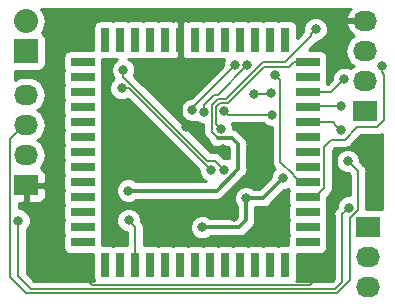
<source format=gbr>
G04 #@! TF.GenerationSoftware,KiCad,Pcbnew,6.0.0-rc1-unknown-1088786~66~ubuntu16.04.1*
G04 #@! TF.CreationDate,2018-12-29T10:22:54+01:00
G04 #@! TF.ProjectId,audi_concert1_chorus1_volume_fix,61756469-5f63-46f6-9e63-657274315f63,rev?*
G04 #@! TF.SameCoordinates,Original*
G04 #@! TF.FileFunction,Copper,L2,Bot*
G04 #@! TF.FilePolarity,Positive*
%FSLAX46Y46*%
G04 Gerber Fmt 4.6, Leading zero omitted, Abs format (unit mm)*
G04 Created by KiCad (PCBNEW 6.0.0-rc1-unknown-1088786~66~ubuntu16.04.1) date So 29. december 2018, 10:22:54 CET*
%MOMM*%
%LPD*%
G04 APERTURE LIST*
%ADD10R,2.032000X0.762000*%
%ADD11R,0.762000X2.032000*%
%ADD12R,2.032000X2.032000*%
%ADD13O,2.032000X2.032000*%
%ADD14R,2.032000X1.727200*%
%ADD15O,2.032000X1.727200*%
%ADD16C,0.800000*%
%ADD17C,0.150000*%
%ADD18C,0.300000*%
%ADD19C,0.250000*%
%ADD20C,0.254000*%
G04 APERTURE END LIST*
D10*
X170429601Y-105435400D03*
X170429601Y-104165400D03*
X170429601Y-102895400D03*
X170429601Y-101625400D03*
X170429601Y-100355400D03*
X170429601Y-99085400D03*
D11*
X172334601Y-97180400D03*
X173604601Y-97180400D03*
X174874601Y-97180400D03*
X176144601Y-97180400D03*
X177414601Y-97180400D03*
X178684601Y-97180400D03*
X179954601Y-97180400D03*
X181224601Y-97180400D03*
X182494601Y-97180400D03*
X183764601Y-97180400D03*
X185034601Y-97180400D03*
X186304601Y-97180400D03*
X187574601Y-97180400D03*
D10*
X189479601Y-99085400D03*
X189479601Y-100355400D03*
X189479601Y-101625400D03*
X189479601Y-102895400D03*
X189479601Y-104165400D03*
X189479601Y-105435400D03*
X189479601Y-106705400D03*
X189479601Y-107975400D03*
X189479601Y-109245400D03*
X189479601Y-110515400D03*
X189479601Y-111785400D03*
X189479601Y-113055400D03*
X189479601Y-114325400D03*
D11*
X187574601Y-116230400D03*
X186304601Y-116230400D03*
X185034601Y-116230400D03*
X183764601Y-116230400D03*
X182494601Y-116230400D03*
X181224601Y-116230400D03*
X179954601Y-116230400D03*
X178684601Y-116230400D03*
X177414601Y-116230400D03*
X176144601Y-116230400D03*
X174874601Y-116230400D03*
X173604601Y-116230400D03*
X172334601Y-116230400D03*
D10*
X170429601Y-114325400D03*
X170429601Y-113055400D03*
X170429601Y-111785400D03*
X170429601Y-110515400D03*
X170429601Y-109245400D03*
X170429601Y-107975400D03*
X170429601Y-106705400D03*
D12*
X165633400Y-98171000D03*
D13*
X165633400Y-95631000D03*
D14*
X165633400Y-109499400D03*
D15*
X165633400Y-106959400D03*
X165633400Y-104419400D03*
X165633400Y-101879400D03*
D14*
X194614800Y-113004600D03*
D15*
X194614800Y-115544600D03*
X194614800Y-118084600D03*
X194335400Y-95580200D03*
X194335400Y-98120200D03*
X194335400Y-100660200D03*
D14*
X194335400Y-103200200D03*
D16*
X182270400Y-106414001D03*
X179156839Y-104608910D03*
X174244000Y-94996000D03*
X168122600Y-117297200D03*
X178841400Y-99847400D03*
X173482000Y-108051600D03*
X183261000Y-112166400D03*
X172694600Y-114173000D03*
X167741600Y-114046001D03*
X178054000Y-106426000D03*
X184261760Y-110601760D03*
X180543200Y-113055400D03*
X187375800Y-108915200D03*
X174281000Y-109956600D03*
X190144400Y-96291400D03*
X174320200Y-112471200D03*
X173736000Y-101295200D03*
X181305200Y-108229400D03*
X182422800Y-108204000D03*
X173863000Y-99745800D03*
X192963800Y-111404400D03*
X164980010Y-112496600D03*
X192881472Y-107461272D03*
X184937400Y-101777800D03*
X186410600Y-101717979D03*
X192288790Y-104849010D03*
X182372643Y-103210148D03*
X186461400Y-103555800D03*
X192288790Y-102766210D03*
X195732400Y-99390200D03*
X186741429Y-100181370D03*
X192596930Y-100492379D03*
X179686975Y-103133754D03*
X182118000Y-104749600D03*
X183327793Y-99354004D03*
X180672620Y-103302657D03*
X184327800Y-99356867D03*
D17*
X178841400Y-104293471D02*
X179156839Y-104608910D01*
X178841400Y-99847400D02*
X178841400Y-104293471D01*
X168122600Y-117297200D02*
X170586400Y-117297200D01*
X170586400Y-117297200D02*
X171221400Y-117932200D01*
X171221400Y-117932200D02*
X189712600Y-117932200D01*
X189712600Y-117932200D02*
X190119000Y-117525800D01*
X173482000Y-108051600D02*
X172974000Y-108559600D01*
X181305200Y-111099600D02*
X182372000Y-112166400D01*
X182372000Y-112166400D02*
X183261000Y-112166400D01*
X172974000Y-108559600D02*
X172974000Y-110185200D01*
X172974000Y-110185200D02*
X173888400Y-111099600D01*
X173888400Y-111099600D02*
X181305200Y-111099600D01*
X168122600Y-117297200D02*
X168122600Y-114427001D01*
X168122600Y-114427001D02*
X167741600Y-114046001D01*
X173094599Y-113773001D02*
X172694600Y-114173000D01*
X172872400Y-113550802D02*
X173094599Y-113773001D01*
X172872400Y-108661200D02*
X172872400Y-113550802D01*
X173482000Y-108051600D02*
X172872400Y-108661200D01*
D18*
X183692800Y-113055400D02*
X184261760Y-112486440D01*
X180543200Y-113055400D02*
X183692800Y-113055400D01*
X184261760Y-110601760D02*
X184261760Y-112486440D01*
X184261760Y-110601760D02*
X185689240Y-110601760D01*
X186975801Y-109315199D02*
X187375800Y-108915200D01*
X185689240Y-110601760D02*
X186975801Y-109315199D01*
D17*
X187595304Y-99060000D02*
X189744401Y-96910903D01*
X189744401Y-96910903D02*
X189744401Y-96691399D01*
X181880996Y-105511600D02*
X181347630Y-104978234D01*
X182553471Y-102185136D02*
X185678608Y-99060000D01*
X189744401Y-96691399D02*
X190144400Y-96291400D01*
X185678608Y-99060000D02*
X187595304Y-99060000D01*
X181347632Y-102741167D02*
X181903663Y-102185136D01*
X181903663Y-102185136D02*
X182553471Y-102185136D01*
X181347630Y-104978234D02*
X181347632Y-102741167D01*
D18*
X183591200Y-106045000D02*
X183591200Y-108145602D01*
X183591200Y-108145602D02*
X181780202Y-109956600D01*
X181780202Y-109956600D02*
X181669202Y-109956600D01*
X183057800Y-105511600D02*
X183591200Y-106045000D01*
X181880996Y-105511600D02*
X183057800Y-105511600D01*
D17*
X174874601Y-116238701D02*
X174874601Y-113025601D01*
X174720199Y-112871199D02*
X174320200Y-112471200D01*
X174874601Y-113025601D02*
X174720199Y-112871199D01*
D18*
X174281000Y-109956600D02*
X181669202Y-109956600D01*
D17*
X180905201Y-107829401D02*
X181305200Y-108229400D01*
X180883336Y-107829401D02*
X180905201Y-107829401D01*
X174349135Y-101295200D02*
X180883336Y-107829401D01*
X173736000Y-101295200D02*
X174349135Y-101295200D01*
X173863000Y-100314075D02*
X173863000Y-100311485D01*
X180990925Y-107442000D02*
X173863000Y-100314075D01*
X182422800Y-108204000D02*
X181660800Y-107442000D01*
X181660800Y-107442000D02*
X180990925Y-107442000D01*
X173863000Y-100311485D02*
X173863000Y-99745800D01*
X191815211Y-118293389D02*
X192386001Y-117722599D01*
X192386001Y-117722599D02*
X192386001Y-111982199D01*
X192563801Y-111804399D02*
X192963800Y-111404400D01*
X164980010Y-112496600D02*
X164980010Y-117228010D01*
X192386001Y-111982199D02*
X192563801Y-111804399D01*
X166045389Y-118293389D02*
X191815211Y-118293389D01*
X164980010Y-117228010D02*
X166045389Y-118293389D01*
X193740402Y-108320202D02*
X193281471Y-107861271D01*
X165481000Y-104419400D02*
X164305010Y-105595390D01*
X193740402Y-111601402D02*
X193740402Y-108320202D01*
X193070600Y-112271204D02*
X193740402Y-111601402D01*
X193070600Y-117571400D02*
X193070600Y-112271204D01*
X191998600Y-118643400D02*
X193070600Y-117571400D01*
X164305010Y-105595390D02*
X164305010Y-117315010D01*
X164305010Y-117315010D02*
X165633400Y-118643400D01*
X193281471Y-107861271D02*
X192881472Y-107461272D01*
X165633400Y-118643400D02*
X191998600Y-118643400D01*
X165633400Y-104419400D02*
X165481000Y-104419400D01*
X186350779Y-101777800D02*
X186410600Y-101717979D01*
X184937400Y-101777800D02*
X186350779Y-101777800D01*
X191613481Y-104173701D02*
X191888791Y-104449011D01*
X189479601Y-104173701D02*
X191613481Y-104173701D01*
X191888791Y-104449011D02*
X192288790Y-104849010D01*
X186461400Y-103555800D02*
X182718295Y-103555800D01*
X182718295Y-103555800D02*
X182372643Y-103210148D01*
X191723105Y-102766210D02*
X192288790Y-102766210D01*
X189479601Y-102903701D02*
X189617092Y-102766210D01*
X189617092Y-102766210D02*
X191723105Y-102766210D01*
D19*
X189479601Y-102903701D02*
X190114601Y-102903701D01*
D17*
X195961000Y-100184485D02*
X195732400Y-99955885D01*
X189479601Y-110523701D02*
X190114601Y-110523701D01*
X195961000Y-103949202D02*
X195961000Y-100184485D01*
X195732400Y-99955885D02*
X195732400Y-99390200D01*
X191490600Y-105638600D02*
X192608200Y-105638600D01*
X193687998Y-104558802D02*
X195351400Y-104558802D01*
X190884902Y-109753400D02*
X190884902Y-106244298D01*
X195351400Y-104558802D02*
X195961000Y-103949202D01*
X190884902Y-106244298D02*
X191490600Y-105638600D01*
X192608200Y-105638600D02*
X193687998Y-104558802D01*
X190114601Y-110523701D02*
X190884902Y-109753400D01*
X189479601Y-109253701D02*
X190114601Y-109253701D01*
X188844601Y-109253701D02*
X189479601Y-109253701D01*
X187177680Y-107542072D02*
X188313601Y-108677993D01*
X188313601Y-108677993D02*
X188313601Y-108722701D01*
X188313601Y-108722701D02*
X188844601Y-109253701D01*
X187177680Y-100617621D02*
X187177680Y-104140000D01*
X186741429Y-100181370D02*
X187177680Y-100617621D01*
X187177680Y-104140000D02*
X187177680Y-107542072D01*
X191455608Y-101633701D02*
X189479601Y-101633701D01*
X192596930Y-100492379D02*
X191455608Y-101633701D01*
X185767198Y-99466400D02*
X182698451Y-102535147D01*
X188313601Y-99093701D02*
X187940902Y-99466400D01*
X182698451Y-102535147D02*
X182048642Y-102535147D01*
X181697642Y-104329242D02*
X181718001Y-104349601D01*
X187940902Y-99466400D02*
X185767198Y-99466400D01*
X189479601Y-99093701D02*
X188313601Y-99093701D01*
X181718001Y-104349601D02*
X182118000Y-104749600D01*
X181697642Y-102886147D02*
X181697642Y-104329242D01*
X182048642Y-102535147D02*
X181697642Y-102886147D01*
X179686975Y-102994822D02*
X179686975Y-103133754D01*
X183327793Y-99354004D02*
X179686975Y-102994822D01*
X184327800Y-99356867D02*
X181849542Y-101835125D01*
X181849542Y-101835125D02*
X181574467Y-101835125D01*
X181574467Y-101835125D02*
X180672620Y-102736972D01*
X180672620Y-102736972D02*
X180672620Y-103302657D01*
D20*
G36*
X192984668Y-94678164D02*
G01*
X192730691Y-95205409D01*
X192728042Y-95221174D01*
X192849183Y-95453200D01*
X194208400Y-95453200D01*
X194208400Y-95433200D01*
X194462400Y-95433200D01*
X194462400Y-95453200D01*
X194482400Y-95453200D01*
X194482400Y-95707200D01*
X194462400Y-95707200D01*
X194462400Y-95727200D01*
X194208400Y-95727200D01*
X194208400Y-95707200D01*
X192849183Y-95707200D01*
X192728042Y-95939226D01*
X192730691Y-95954991D01*
X192984668Y-96482236D01*
X193392132Y-96846290D01*
X193102570Y-97039770D01*
X192771350Y-97535475D01*
X192655041Y-98120200D01*
X192771350Y-98704925D01*
X193102570Y-99200630D01*
X193386281Y-99390200D01*
X193102570Y-99579770D01*
X193101641Y-99581161D01*
X192802804Y-99457379D01*
X192391056Y-99457379D01*
X192010650Y-99614948D01*
X191719499Y-99906099D01*
X191561930Y-100286505D01*
X191561930Y-100523288D01*
X191161518Y-100923701D01*
X191105785Y-100923701D01*
X191143041Y-100736400D01*
X191143041Y-99974400D01*
X191093758Y-99726635D01*
X191089592Y-99720400D01*
X191093758Y-99714165D01*
X191143041Y-99466400D01*
X191143041Y-98704400D01*
X191093758Y-98456635D01*
X190953410Y-98246591D01*
X190743366Y-98106243D01*
X190495601Y-98056960D01*
X189602435Y-98056960D01*
X190197002Y-97462393D01*
X190256281Y-97422784D01*
X190320683Y-97326400D01*
X190350274Y-97326400D01*
X190730680Y-97168831D01*
X191021831Y-96877680D01*
X191179400Y-96497274D01*
X191179400Y-96085526D01*
X191021831Y-95705120D01*
X190730680Y-95413969D01*
X190350274Y-95256400D01*
X189938526Y-95256400D01*
X189558120Y-95413969D01*
X189266969Y-95705120D01*
X189109400Y-96085526D01*
X189109400Y-96363780D01*
X189075596Y-96414371D01*
X189035558Y-96615655D01*
X188603041Y-97048172D01*
X188603041Y-96164400D01*
X188553758Y-95916635D01*
X188413410Y-95706591D01*
X188203366Y-95566243D01*
X187955601Y-95516960D01*
X187193601Y-95516960D01*
X186945836Y-95566243D01*
X186939601Y-95570409D01*
X186933366Y-95566243D01*
X186685601Y-95516960D01*
X185923601Y-95516960D01*
X185675836Y-95566243D01*
X185669601Y-95570409D01*
X185663366Y-95566243D01*
X185415601Y-95516960D01*
X184653601Y-95516960D01*
X184405836Y-95566243D01*
X184399601Y-95570409D01*
X184393366Y-95566243D01*
X184145601Y-95516960D01*
X183383601Y-95516960D01*
X183135836Y-95566243D01*
X183129601Y-95570409D01*
X183123366Y-95566243D01*
X182875601Y-95516960D01*
X182113601Y-95516960D01*
X181865836Y-95566243D01*
X181859601Y-95570409D01*
X181853366Y-95566243D01*
X181605601Y-95516960D01*
X180843601Y-95516960D01*
X180595836Y-95566243D01*
X180589601Y-95570409D01*
X180583366Y-95566243D01*
X180335601Y-95516960D01*
X179573601Y-95516960D01*
X179325836Y-95566243D01*
X179308623Y-95577744D01*
X179191910Y-95529400D01*
X178970351Y-95529400D01*
X178811601Y-95688150D01*
X178811601Y-97053400D01*
X178831601Y-97053400D01*
X178831601Y-97307400D01*
X178811601Y-97307400D01*
X178811601Y-98672650D01*
X178970351Y-98831400D01*
X179191910Y-98831400D01*
X179308623Y-98783056D01*
X179325836Y-98794557D01*
X179573601Y-98843840D01*
X180335601Y-98843840D01*
X180583366Y-98794557D01*
X180589601Y-98790391D01*
X180595836Y-98794557D01*
X180843601Y-98843840D01*
X181605601Y-98843840D01*
X181853366Y-98794557D01*
X181859601Y-98790391D01*
X181865836Y-98794557D01*
X182113601Y-98843840D01*
X182418834Y-98843840D01*
X182292793Y-99148130D01*
X182292793Y-99384913D01*
X179578953Y-102098754D01*
X179481101Y-102098754D01*
X179100695Y-102256323D01*
X178809544Y-102547474D01*
X178651975Y-102927880D01*
X178651975Y-103339628D01*
X178809544Y-103720034D01*
X179100695Y-104011185D01*
X179481101Y-104168754D01*
X179892849Y-104168754D01*
X180021654Y-104115402D01*
X180086340Y-104180088D01*
X180466746Y-104337657D01*
X180637631Y-104337657D01*
X180637630Y-104908309D01*
X180623721Y-104978234D01*
X180637630Y-105048158D01*
X180637630Y-105048159D01*
X180678825Y-105255261D01*
X180835749Y-105490114D01*
X180895031Y-105529725D01*
X181131199Y-105765893D01*
X181141542Y-105817892D01*
X181315043Y-106077553D01*
X181574704Y-106251054D01*
X181803680Y-106296600D01*
X182732643Y-106296600D01*
X182806200Y-106370157D01*
X182806201Y-107242534D01*
X182628674Y-107169000D01*
X182391891Y-107169000D01*
X182212294Y-106989403D01*
X182172681Y-106930119D01*
X181937828Y-106773195D01*
X181730726Y-106732000D01*
X181730724Y-106732000D01*
X181660800Y-106718091D01*
X181590876Y-106732000D01*
X181285016Y-106732000D01*
X174782802Y-100229787D01*
X174898000Y-99951674D01*
X174898000Y-99539926D01*
X174740431Y-99159520D01*
X174449280Y-98868369D01*
X174294405Y-98804218D01*
X174493601Y-98843840D01*
X175255601Y-98843840D01*
X175503366Y-98794557D01*
X175509601Y-98790391D01*
X175515836Y-98794557D01*
X175763601Y-98843840D01*
X176525601Y-98843840D01*
X176773366Y-98794557D01*
X176779601Y-98790391D01*
X176785836Y-98794557D01*
X177033601Y-98843840D01*
X177795601Y-98843840D01*
X178043366Y-98794557D01*
X178060579Y-98783056D01*
X178177292Y-98831400D01*
X178398851Y-98831400D01*
X178557601Y-98672650D01*
X178557601Y-97307400D01*
X178537601Y-97307400D01*
X178537601Y-97053400D01*
X178557601Y-97053400D01*
X178557601Y-95688150D01*
X178398851Y-95529400D01*
X178177292Y-95529400D01*
X178060579Y-95577744D01*
X178043366Y-95566243D01*
X177795601Y-95516960D01*
X177033601Y-95516960D01*
X176785836Y-95566243D01*
X176779601Y-95570409D01*
X176773366Y-95566243D01*
X176525601Y-95516960D01*
X175763601Y-95516960D01*
X175515836Y-95566243D01*
X175509601Y-95570409D01*
X175503366Y-95566243D01*
X175255601Y-95516960D01*
X174493601Y-95516960D01*
X174245836Y-95566243D01*
X174239601Y-95570409D01*
X174233366Y-95566243D01*
X173985601Y-95516960D01*
X173223601Y-95516960D01*
X172975836Y-95566243D01*
X172969601Y-95570409D01*
X172963366Y-95566243D01*
X172715601Y-95516960D01*
X171953601Y-95516960D01*
X171705836Y-95566243D01*
X171495792Y-95706591D01*
X171355444Y-95916635D01*
X171306161Y-96164400D01*
X171306161Y-98056960D01*
X169413601Y-98056960D01*
X169165836Y-98106243D01*
X168955792Y-98246591D01*
X168815444Y-98456635D01*
X168766161Y-98704400D01*
X168766161Y-99466400D01*
X168815444Y-99714165D01*
X168819610Y-99720400D01*
X168815444Y-99726635D01*
X168766161Y-99974400D01*
X168766161Y-100736400D01*
X168815444Y-100984165D01*
X168819610Y-100990400D01*
X168815444Y-100996635D01*
X168766161Y-101244400D01*
X168766161Y-102006400D01*
X168815444Y-102254165D01*
X168819610Y-102260400D01*
X168815444Y-102266635D01*
X168766161Y-102514400D01*
X168766161Y-103276400D01*
X168815444Y-103524165D01*
X168819610Y-103530400D01*
X168815444Y-103536635D01*
X168766161Y-103784400D01*
X168766161Y-104546400D01*
X168815444Y-104794165D01*
X168819610Y-104800400D01*
X168815444Y-104806635D01*
X168766161Y-105054400D01*
X168766161Y-105816400D01*
X168815444Y-106064165D01*
X168819610Y-106070400D01*
X168815444Y-106076635D01*
X168766161Y-106324400D01*
X168766161Y-107086400D01*
X168815444Y-107334165D01*
X168819610Y-107340400D01*
X168815444Y-107346635D01*
X168766161Y-107594400D01*
X168766161Y-108356400D01*
X168815444Y-108604165D01*
X168819610Y-108610400D01*
X168815444Y-108616635D01*
X168766161Y-108864400D01*
X168766161Y-109626400D01*
X168815444Y-109874165D01*
X168819610Y-109880400D01*
X168815444Y-109886635D01*
X168766161Y-110134400D01*
X168766161Y-110896400D01*
X168815444Y-111144165D01*
X168819610Y-111150400D01*
X168815444Y-111156635D01*
X168766161Y-111404400D01*
X168766161Y-112166400D01*
X168815444Y-112414165D01*
X168819610Y-112420400D01*
X168815444Y-112426635D01*
X168766161Y-112674400D01*
X168766161Y-113436400D01*
X168815444Y-113684165D01*
X168819610Y-113690400D01*
X168815444Y-113696635D01*
X168766161Y-113944400D01*
X168766161Y-114706400D01*
X168815444Y-114954165D01*
X168955792Y-115164209D01*
X169165836Y-115304557D01*
X169413601Y-115353840D01*
X171306161Y-115353840D01*
X171306161Y-117246400D01*
X171355444Y-117494165D01*
X171415062Y-117583389D01*
X166339480Y-117583389D01*
X165690010Y-116933920D01*
X165690010Y-113250311D01*
X165857441Y-113082880D01*
X166015010Y-112702474D01*
X166015010Y-112290726D01*
X165857441Y-111910320D01*
X165566290Y-111619169D01*
X165185884Y-111461600D01*
X165015010Y-111461600D01*
X165015010Y-110998000D01*
X165347650Y-110998000D01*
X165506400Y-110839250D01*
X165506400Y-109626400D01*
X165760400Y-109626400D01*
X165760400Y-110839250D01*
X165919150Y-110998000D01*
X166775709Y-110998000D01*
X167009098Y-110901327D01*
X167187727Y-110722699D01*
X167284400Y-110489310D01*
X167284400Y-109785150D01*
X167125650Y-109626400D01*
X165760400Y-109626400D01*
X165506400Y-109626400D01*
X165486400Y-109626400D01*
X165486400Y-109372400D01*
X165506400Y-109372400D01*
X165506400Y-109352400D01*
X165760400Y-109352400D01*
X165760400Y-109372400D01*
X167125650Y-109372400D01*
X167284400Y-109213650D01*
X167284400Y-108509490D01*
X167187727Y-108276101D01*
X167009098Y-108097473D01*
X166867033Y-108038628D01*
X167197450Y-107544125D01*
X167313759Y-106959400D01*
X167197450Y-106374675D01*
X166866230Y-105878970D01*
X166582519Y-105689400D01*
X166866230Y-105499830D01*
X167197450Y-105004125D01*
X167313759Y-104419400D01*
X167197450Y-103834675D01*
X166866230Y-103338970D01*
X166582519Y-103149400D01*
X166866230Y-102959830D01*
X167197450Y-102464125D01*
X167313759Y-101879400D01*
X167197450Y-101294675D01*
X166866230Y-100798970D01*
X166370525Y-100467750D01*
X165933398Y-100380800D01*
X165333402Y-100380800D01*
X164896275Y-100467750D01*
X164665000Y-100622283D01*
X164665000Y-99834440D01*
X166649400Y-99834440D01*
X166897165Y-99785157D01*
X167107209Y-99644809D01*
X167247557Y-99434765D01*
X167296840Y-99187000D01*
X167296840Y-97155000D01*
X167247557Y-96907235D01*
X167107209Y-96697191D01*
X166968544Y-96604537D01*
X167188608Y-96275188D01*
X167316745Y-95631000D01*
X167188608Y-94986812D01*
X166904090Y-94561000D01*
X193115803Y-94561000D01*
X192984668Y-94678164D01*
X192984668Y-94678164D01*
G37*
X192984668Y-94678164D02*
X192730691Y-95205409D01*
X192728042Y-95221174D01*
X192849183Y-95453200D01*
X194208400Y-95453200D01*
X194208400Y-95433200D01*
X194462400Y-95433200D01*
X194462400Y-95453200D01*
X194482400Y-95453200D01*
X194482400Y-95707200D01*
X194462400Y-95707200D01*
X194462400Y-95727200D01*
X194208400Y-95727200D01*
X194208400Y-95707200D01*
X192849183Y-95707200D01*
X192728042Y-95939226D01*
X192730691Y-95954991D01*
X192984668Y-96482236D01*
X193392132Y-96846290D01*
X193102570Y-97039770D01*
X192771350Y-97535475D01*
X192655041Y-98120200D01*
X192771350Y-98704925D01*
X193102570Y-99200630D01*
X193386281Y-99390200D01*
X193102570Y-99579770D01*
X193101641Y-99581161D01*
X192802804Y-99457379D01*
X192391056Y-99457379D01*
X192010650Y-99614948D01*
X191719499Y-99906099D01*
X191561930Y-100286505D01*
X191561930Y-100523288D01*
X191161518Y-100923701D01*
X191105785Y-100923701D01*
X191143041Y-100736400D01*
X191143041Y-99974400D01*
X191093758Y-99726635D01*
X191089592Y-99720400D01*
X191093758Y-99714165D01*
X191143041Y-99466400D01*
X191143041Y-98704400D01*
X191093758Y-98456635D01*
X190953410Y-98246591D01*
X190743366Y-98106243D01*
X190495601Y-98056960D01*
X189602435Y-98056960D01*
X190197002Y-97462393D01*
X190256281Y-97422784D01*
X190320683Y-97326400D01*
X190350274Y-97326400D01*
X190730680Y-97168831D01*
X191021831Y-96877680D01*
X191179400Y-96497274D01*
X191179400Y-96085526D01*
X191021831Y-95705120D01*
X190730680Y-95413969D01*
X190350274Y-95256400D01*
X189938526Y-95256400D01*
X189558120Y-95413969D01*
X189266969Y-95705120D01*
X189109400Y-96085526D01*
X189109400Y-96363780D01*
X189075596Y-96414371D01*
X189035558Y-96615655D01*
X188603041Y-97048172D01*
X188603041Y-96164400D01*
X188553758Y-95916635D01*
X188413410Y-95706591D01*
X188203366Y-95566243D01*
X187955601Y-95516960D01*
X187193601Y-95516960D01*
X186945836Y-95566243D01*
X186939601Y-95570409D01*
X186933366Y-95566243D01*
X186685601Y-95516960D01*
X185923601Y-95516960D01*
X185675836Y-95566243D01*
X185669601Y-95570409D01*
X185663366Y-95566243D01*
X185415601Y-95516960D01*
X184653601Y-95516960D01*
X184405836Y-95566243D01*
X184399601Y-95570409D01*
X184393366Y-95566243D01*
X184145601Y-95516960D01*
X183383601Y-95516960D01*
X183135836Y-95566243D01*
X183129601Y-95570409D01*
X183123366Y-95566243D01*
X182875601Y-95516960D01*
X182113601Y-95516960D01*
X181865836Y-95566243D01*
X181859601Y-95570409D01*
X181853366Y-95566243D01*
X181605601Y-95516960D01*
X180843601Y-95516960D01*
X180595836Y-95566243D01*
X180589601Y-95570409D01*
X180583366Y-95566243D01*
X180335601Y-95516960D01*
X179573601Y-95516960D01*
X179325836Y-95566243D01*
X179308623Y-95577744D01*
X179191910Y-95529400D01*
X178970351Y-95529400D01*
X178811601Y-95688150D01*
X178811601Y-97053400D01*
X178831601Y-97053400D01*
X178831601Y-97307400D01*
X178811601Y-97307400D01*
X178811601Y-98672650D01*
X178970351Y-98831400D01*
X179191910Y-98831400D01*
X179308623Y-98783056D01*
X179325836Y-98794557D01*
X179573601Y-98843840D01*
X180335601Y-98843840D01*
X180583366Y-98794557D01*
X180589601Y-98790391D01*
X180595836Y-98794557D01*
X180843601Y-98843840D01*
X181605601Y-98843840D01*
X181853366Y-98794557D01*
X181859601Y-98790391D01*
X181865836Y-98794557D01*
X182113601Y-98843840D01*
X182418834Y-98843840D01*
X182292793Y-99148130D01*
X182292793Y-99384913D01*
X179578953Y-102098754D01*
X179481101Y-102098754D01*
X179100695Y-102256323D01*
X178809544Y-102547474D01*
X178651975Y-102927880D01*
X178651975Y-103339628D01*
X178809544Y-103720034D01*
X179100695Y-104011185D01*
X179481101Y-104168754D01*
X179892849Y-104168754D01*
X180021654Y-104115402D01*
X180086340Y-104180088D01*
X180466746Y-104337657D01*
X180637631Y-104337657D01*
X180637630Y-104908309D01*
X180623721Y-104978234D01*
X180637630Y-105048158D01*
X180637630Y-105048159D01*
X180678825Y-105255261D01*
X180835749Y-105490114D01*
X180895031Y-105529725D01*
X181131199Y-105765893D01*
X181141542Y-105817892D01*
X181315043Y-106077553D01*
X181574704Y-106251054D01*
X181803680Y-106296600D01*
X182732643Y-106296600D01*
X182806200Y-106370157D01*
X182806201Y-107242534D01*
X182628674Y-107169000D01*
X182391891Y-107169000D01*
X182212294Y-106989403D01*
X182172681Y-106930119D01*
X181937828Y-106773195D01*
X181730726Y-106732000D01*
X181730724Y-106732000D01*
X181660800Y-106718091D01*
X181590876Y-106732000D01*
X181285016Y-106732000D01*
X174782802Y-100229787D01*
X174898000Y-99951674D01*
X174898000Y-99539926D01*
X174740431Y-99159520D01*
X174449280Y-98868369D01*
X174294405Y-98804218D01*
X174493601Y-98843840D01*
X175255601Y-98843840D01*
X175503366Y-98794557D01*
X175509601Y-98790391D01*
X175515836Y-98794557D01*
X175763601Y-98843840D01*
X176525601Y-98843840D01*
X176773366Y-98794557D01*
X176779601Y-98790391D01*
X176785836Y-98794557D01*
X177033601Y-98843840D01*
X177795601Y-98843840D01*
X178043366Y-98794557D01*
X178060579Y-98783056D01*
X178177292Y-98831400D01*
X178398851Y-98831400D01*
X178557601Y-98672650D01*
X178557601Y-97307400D01*
X178537601Y-97307400D01*
X178537601Y-97053400D01*
X178557601Y-97053400D01*
X178557601Y-95688150D01*
X178398851Y-95529400D01*
X178177292Y-95529400D01*
X178060579Y-95577744D01*
X178043366Y-95566243D01*
X177795601Y-95516960D01*
X177033601Y-95516960D01*
X176785836Y-95566243D01*
X176779601Y-95570409D01*
X176773366Y-95566243D01*
X176525601Y-95516960D01*
X175763601Y-95516960D01*
X175515836Y-95566243D01*
X175509601Y-95570409D01*
X175503366Y-95566243D01*
X175255601Y-95516960D01*
X174493601Y-95516960D01*
X174245836Y-95566243D01*
X174239601Y-95570409D01*
X174233366Y-95566243D01*
X173985601Y-95516960D01*
X173223601Y-95516960D01*
X172975836Y-95566243D01*
X172969601Y-95570409D01*
X172963366Y-95566243D01*
X172715601Y-95516960D01*
X171953601Y-95516960D01*
X171705836Y-95566243D01*
X171495792Y-95706591D01*
X171355444Y-95916635D01*
X171306161Y-96164400D01*
X171306161Y-98056960D01*
X169413601Y-98056960D01*
X169165836Y-98106243D01*
X168955792Y-98246591D01*
X168815444Y-98456635D01*
X168766161Y-98704400D01*
X168766161Y-99466400D01*
X168815444Y-99714165D01*
X168819610Y-99720400D01*
X168815444Y-99726635D01*
X168766161Y-99974400D01*
X168766161Y-100736400D01*
X168815444Y-100984165D01*
X168819610Y-100990400D01*
X168815444Y-100996635D01*
X168766161Y-101244400D01*
X168766161Y-102006400D01*
X168815444Y-102254165D01*
X168819610Y-102260400D01*
X168815444Y-102266635D01*
X168766161Y-102514400D01*
X168766161Y-103276400D01*
X168815444Y-103524165D01*
X168819610Y-103530400D01*
X168815444Y-103536635D01*
X168766161Y-103784400D01*
X168766161Y-104546400D01*
X168815444Y-104794165D01*
X168819610Y-104800400D01*
X168815444Y-104806635D01*
X168766161Y-105054400D01*
X168766161Y-105816400D01*
X168815444Y-106064165D01*
X168819610Y-106070400D01*
X168815444Y-106076635D01*
X168766161Y-106324400D01*
X168766161Y-107086400D01*
X168815444Y-107334165D01*
X168819610Y-107340400D01*
X168815444Y-107346635D01*
X168766161Y-107594400D01*
X168766161Y-108356400D01*
X168815444Y-108604165D01*
X168819610Y-108610400D01*
X168815444Y-108616635D01*
X168766161Y-108864400D01*
X168766161Y-109626400D01*
X168815444Y-109874165D01*
X168819610Y-109880400D01*
X168815444Y-109886635D01*
X168766161Y-110134400D01*
X168766161Y-110896400D01*
X168815444Y-111144165D01*
X168819610Y-111150400D01*
X168815444Y-111156635D01*
X168766161Y-111404400D01*
X168766161Y-112166400D01*
X168815444Y-112414165D01*
X168819610Y-112420400D01*
X168815444Y-112426635D01*
X168766161Y-112674400D01*
X168766161Y-113436400D01*
X168815444Y-113684165D01*
X168819610Y-113690400D01*
X168815444Y-113696635D01*
X168766161Y-113944400D01*
X168766161Y-114706400D01*
X168815444Y-114954165D01*
X168955792Y-115164209D01*
X169165836Y-115304557D01*
X169413601Y-115353840D01*
X171306161Y-115353840D01*
X171306161Y-117246400D01*
X171355444Y-117494165D01*
X171415062Y-117583389D01*
X166339480Y-117583389D01*
X165690010Y-116933920D01*
X165690010Y-113250311D01*
X165857441Y-113082880D01*
X166015010Y-112702474D01*
X166015010Y-112290726D01*
X165857441Y-111910320D01*
X165566290Y-111619169D01*
X165185884Y-111461600D01*
X165015010Y-111461600D01*
X165015010Y-110998000D01*
X165347650Y-110998000D01*
X165506400Y-110839250D01*
X165506400Y-109626400D01*
X165760400Y-109626400D01*
X165760400Y-110839250D01*
X165919150Y-110998000D01*
X166775709Y-110998000D01*
X167009098Y-110901327D01*
X167187727Y-110722699D01*
X167284400Y-110489310D01*
X167284400Y-109785150D01*
X167125650Y-109626400D01*
X165760400Y-109626400D01*
X165506400Y-109626400D01*
X165486400Y-109626400D01*
X165486400Y-109372400D01*
X165506400Y-109372400D01*
X165506400Y-109352400D01*
X165760400Y-109352400D01*
X165760400Y-109372400D01*
X167125650Y-109372400D01*
X167284400Y-109213650D01*
X167284400Y-108509490D01*
X167187727Y-108276101D01*
X167009098Y-108097473D01*
X166867033Y-108038628D01*
X167197450Y-107544125D01*
X167313759Y-106959400D01*
X167197450Y-106374675D01*
X166866230Y-105878970D01*
X166582519Y-105689400D01*
X166866230Y-105499830D01*
X167197450Y-105004125D01*
X167313759Y-104419400D01*
X167197450Y-103834675D01*
X166866230Y-103338970D01*
X166582519Y-103149400D01*
X166866230Y-102959830D01*
X167197450Y-102464125D01*
X167313759Y-101879400D01*
X167197450Y-101294675D01*
X166866230Y-100798970D01*
X166370525Y-100467750D01*
X165933398Y-100380800D01*
X165333402Y-100380800D01*
X164896275Y-100467750D01*
X164665000Y-100622283D01*
X164665000Y-99834440D01*
X166649400Y-99834440D01*
X166897165Y-99785157D01*
X167107209Y-99644809D01*
X167247557Y-99434765D01*
X167296840Y-99187000D01*
X167296840Y-97155000D01*
X167247557Y-96907235D01*
X167107209Y-96697191D01*
X166968544Y-96604537D01*
X167188608Y-96275188D01*
X167316745Y-95631000D01*
X167188608Y-94986812D01*
X166904090Y-94561000D01*
X193115803Y-94561000D01*
X192984668Y-94678164D01*
G36*
X195761000Y-111519458D02*
G01*
X195630800Y-111493560D01*
X194450402Y-111493560D01*
X194450402Y-108390122D01*
X194464310Y-108320201D01*
X194450402Y-108250280D01*
X194450402Y-108250276D01*
X194409207Y-108043174D01*
X194252283Y-107808321D01*
X194193000Y-107768710D01*
X193916472Y-107492182D01*
X193916472Y-107255398D01*
X193758903Y-106874992D01*
X193467752Y-106583841D01*
X193087346Y-106426272D01*
X192675598Y-106426272D01*
X192295192Y-106583841D01*
X192004041Y-106874992D01*
X191846472Y-107255398D01*
X191846472Y-107667146D01*
X192004041Y-108047552D01*
X192295192Y-108338703D01*
X192675598Y-108496272D01*
X192912382Y-108496272D01*
X193030403Y-108614293D01*
X193030402Y-110369400D01*
X192757926Y-110369400D01*
X192377520Y-110526969D01*
X192086369Y-110818120D01*
X191928800Y-111198526D01*
X191928800Y-111433783D01*
X191874121Y-111470318D01*
X191824995Y-111543840D01*
X191717197Y-111705171D01*
X191662092Y-111982199D01*
X191676002Y-112052128D01*
X191676001Y-117428508D01*
X191521121Y-117583389D01*
X188494140Y-117583389D01*
X188553758Y-117494165D01*
X188603041Y-117246400D01*
X188603041Y-115353840D01*
X190495601Y-115353840D01*
X190743366Y-115304557D01*
X190953410Y-115164209D01*
X191093758Y-114954165D01*
X191143041Y-114706400D01*
X191143041Y-113944400D01*
X191093758Y-113696635D01*
X191089592Y-113690400D01*
X191093758Y-113684165D01*
X191143041Y-113436400D01*
X191143041Y-112674400D01*
X191093758Y-112426635D01*
X191089592Y-112420400D01*
X191093758Y-112414165D01*
X191143041Y-112166400D01*
X191143041Y-111404400D01*
X191093758Y-111156635D01*
X191089592Y-111150400D01*
X191093758Y-111144165D01*
X191143041Y-110896400D01*
X191143041Y-110499352D01*
X191337503Y-110304890D01*
X191396782Y-110265281D01*
X191553707Y-110030428D01*
X191594902Y-109823326D01*
X191594902Y-109823322D01*
X191608810Y-109753401D01*
X191594902Y-109683480D01*
X191594902Y-106538388D01*
X191784691Y-106348600D01*
X192538276Y-106348600D01*
X192608200Y-106362509D01*
X192678124Y-106348600D01*
X192678126Y-106348600D01*
X192885228Y-106307405D01*
X193120081Y-106150481D01*
X193159694Y-106091196D01*
X193982089Y-105268802D01*
X195281476Y-105268802D01*
X195351400Y-105282711D01*
X195421324Y-105268802D01*
X195421326Y-105268802D01*
X195628428Y-105227607D01*
X195761001Y-105139025D01*
X195761000Y-111519458D01*
X195761000Y-111519458D01*
G37*
X195761000Y-111519458D02*
X195630800Y-111493560D01*
X194450402Y-111493560D01*
X194450402Y-108390122D01*
X194464310Y-108320201D01*
X194450402Y-108250280D01*
X194450402Y-108250276D01*
X194409207Y-108043174D01*
X194252283Y-107808321D01*
X194193000Y-107768710D01*
X193916472Y-107492182D01*
X193916472Y-107255398D01*
X193758903Y-106874992D01*
X193467752Y-106583841D01*
X193087346Y-106426272D01*
X192675598Y-106426272D01*
X192295192Y-106583841D01*
X192004041Y-106874992D01*
X191846472Y-107255398D01*
X191846472Y-107667146D01*
X192004041Y-108047552D01*
X192295192Y-108338703D01*
X192675598Y-108496272D01*
X192912382Y-108496272D01*
X193030403Y-108614293D01*
X193030402Y-110369400D01*
X192757926Y-110369400D01*
X192377520Y-110526969D01*
X192086369Y-110818120D01*
X191928800Y-111198526D01*
X191928800Y-111433783D01*
X191874121Y-111470318D01*
X191824995Y-111543840D01*
X191717197Y-111705171D01*
X191662092Y-111982199D01*
X191676002Y-112052128D01*
X191676001Y-117428508D01*
X191521121Y-117583389D01*
X188494140Y-117583389D01*
X188553758Y-117494165D01*
X188603041Y-117246400D01*
X188603041Y-115353840D01*
X190495601Y-115353840D01*
X190743366Y-115304557D01*
X190953410Y-115164209D01*
X191093758Y-114954165D01*
X191143041Y-114706400D01*
X191143041Y-113944400D01*
X191093758Y-113696635D01*
X191089592Y-113690400D01*
X191093758Y-113684165D01*
X191143041Y-113436400D01*
X191143041Y-112674400D01*
X191093758Y-112426635D01*
X191089592Y-112420400D01*
X191093758Y-112414165D01*
X191143041Y-112166400D01*
X191143041Y-111404400D01*
X191093758Y-111156635D01*
X191089592Y-111150400D01*
X191093758Y-111144165D01*
X191143041Y-110896400D01*
X191143041Y-110499352D01*
X191337503Y-110304890D01*
X191396782Y-110265281D01*
X191553707Y-110030428D01*
X191594902Y-109823326D01*
X191594902Y-109823322D01*
X191608810Y-109753401D01*
X191594902Y-109683480D01*
X191594902Y-106538388D01*
X191784691Y-106348600D01*
X192538276Y-106348600D01*
X192608200Y-106362509D01*
X192678124Y-106348600D01*
X192678126Y-106348600D01*
X192885228Y-106307405D01*
X193120081Y-106150481D01*
X193159694Y-106091196D01*
X193982089Y-105268802D01*
X195281476Y-105268802D01*
X195351400Y-105282711D01*
X195421324Y-105268802D01*
X195421326Y-105268802D01*
X195628428Y-105227607D01*
X195761001Y-105139025D01*
X195761000Y-111519458D01*
G36*
X172975836Y-98794557D02*
G01*
X173223601Y-98843840D01*
X173335938Y-98843840D01*
X173276720Y-98868369D01*
X172985569Y-99159520D01*
X172828000Y-99539926D01*
X172828000Y-99951674D01*
X172985569Y-100332080D01*
X173110489Y-100457000D01*
X172858569Y-100708920D01*
X172701000Y-101089326D01*
X172701000Y-101501074D01*
X172858569Y-101881480D01*
X173149720Y-102172631D01*
X173530126Y-102330200D01*
X173941874Y-102330200D01*
X174251708Y-102201863D01*
X180270200Y-108220357D01*
X180270200Y-108435274D01*
X180427769Y-108815680D01*
X180718920Y-109106831D01*
X180875287Y-109171600D01*
X174959711Y-109171600D01*
X174867280Y-109079169D01*
X174486874Y-108921600D01*
X174075126Y-108921600D01*
X173694720Y-109079169D01*
X173403569Y-109370320D01*
X173246000Y-109750726D01*
X173246000Y-110162474D01*
X173403569Y-110542880D01*
X173694720Y-110834031D01*
X174075126Y-110991600D01*
X174486874Y-110991600D01*
X174867280Y-110834031D01*
X174959711Y-110741600D01*
X181702890Y-110741600D01*
X181780202Y-110756978D01*
X181857514Y-110741600D01*
X181857518Y-110741600D01*
X182086494Y-110696054D01*
X182346155Y-110522553D01*
X182389951Y-110457008D01*
X184091611Y-108755349D01*
X184157153Y-108711555D01*
X184200947Y-108646013D01*
X184200949Y-108646011D01*
X184330654Y-108451894D01*
X184340784Y-108400965D01*
X184376200Y-108222918D01*
X184376200Y-108222914D01*
X184391578Y-108145602D01*
X184376200Y-108068290D01*
X184376200Y-106122312D01*
X184391578Y-106045000D01*
X184376200Y-105967688D01*
X184376200Y-105967684D01*
X184330654Y-105738708D01*
X184157153Y-105479047D01*
X184091608Y-105435251D01*
X183667549Y-105011192D01*
X183623753Y-104945647D01*
X183364092Y-104772146D01*
X183153000Y-104730157D01*
X183153000Y-104543726D01*
X183037880Y-104265800D01*
X185707689Y-104265800D01*
X185875120Y-104433231D01*
X186255526Y-104590800D01*
X186467680Y-104590800D01*
X186467681Y-107472143D01*
X186453771Y-107542072D01*
X186491917Y-107733840D01*
X186508876Y-107819100D01*
X186665800Y-108053953D01*
X186725082Y-108093564D01*
X186729403Y-108097886D01*
X186498369Y-108328920D01*
X186340800Y-108709326D01*
X186340800Y-108840042D01*
X185364083Y-109816760D01*
X184940471Y-109816760D01*
X184848040Y-109724329D01*
X184467634Y-109566760D01*
X184055886Y-109566760D01*
X183675480Y-109724329D01*
X183384329Y-110015480D01*
X183226760Y-110395886D01*
X183226760Y-110807634D01*
X183384329Y-111188040D01*
X183476760Y-111280471D01*
X183476761Y-112161282D01*
X183367643Y-112270400D01*
X181221911Y-112270400D01*
X181129480Y-112177969D01*
X180749074Y-112020400D01*
X180337326Y-112020400D01*
X179956920Y-112177969D01*
X179665769Y-112469120D01*
X179508200Y-112849526D01*
X179508200Y-113261274D01*
X179665769Y-113641680D01*
X179956920Y-113932831D01*
X180337326Y-114090400D01*
X180749074Y-114090400D01*
X181129480Y-113932831D01*
X181221911Y-113840400D01*
X183615488Y-113840400D01*
X183692800Y-113855778D01*
X183770112Y-113840400D01*
X183770116Y-113840400D01*
X183999092Y-113794854D01*
X184258753Y-113621353D01*
X184302549Y-113555808D01*
X184762170Y-113096187D01*
X184827713Y-113052393D01*
X184871507Y-112986851D01*
X184871509Y-112986849D01*
X185001214Y-112792732D01*
X185010066Y-112748228D01*
X185046760Y-112563756D01*
X185046760Y-112563752D01*
X185062138Y-112486440D01*
X185046760Y-112409128D01*
X185046760Y-111386760D01*
X185611928Y-111386760D01*
X185689240Y-111402138D01*
X185766552Y-111386760D01*
X185766556Y-111386760D01*
X185995532Y-111341214D01*
X186255193Y-111167713D01*
X186298989Y-111102168D01*
X187450958Y-109950200D01*
X187581674Y-109950200D01*
X187857816Y-109835818D01*
X187865444Y-109874165D01*
X187869610Y-109880400D01*
X187865444Y-109886635D01*
X187816161Y-110134400D01*
X187816161Y-110896400D01*
X187865444Y-111144165D01*
X187869610Y-111150400D01*
X187865444Y-111156635D01*
X187816161Y-111404400D01*
X187816161Y-112166400D01*
X187865444Y-112414165D01*
X187869610Y-112420400D01*
X187865444Y-112426635D01*
X187816161Y-112674400D01*
X187816161Y-113436400D01*
X187865444Y-113684165D01*
X187869610Y-113690400D01*
X187865444Y-113696635D01*
X187816161Y-113944400D01*
X187816161Y-114566960D01*
X187193601Y-114566960D01*
X186945836Y-114616243D01*
X186939601Y-114620409D01*
X186933366Y-114616243D01*
X186685601Y-114566960D01*
X185923601Y-114566960D01*
X185675836Y-114616243D01*
X185669601Y-114620409D01*
X185663366Y-114616243D01*
X185415601Y-114566960D01*
X184653601Y-114566960D01*
X184405836Y-114616243D01*
X184399601Y-114620409D01*
X184393366Y-114616243D01*
X184145601Y-114566960D01*
X183383601Y-114566960D01*
X183135836Y-114616243D01*
X183129601Y-114620409D01*
X183123366Y-114616243D01*
X182875601Y-114566960D01*
X182113601Y-114566960D01*
X181865836Y-114616243D01*
X181859601Y-114620409D01*
X181853366Y-114616243D01*
X181605601Y-114566960D01*
X180843601Y-114566960D01*
X180595836Y-114616243D01*
X180589601Y-114620409D01*
X180583366Y-114616243D01*
X180335601Y-114566960D01*
X179573601Y-114566960D01*
X179325836Y-114616243D01*
X179319601Y-114620409D01*
X179313366Y-114616243D01*
X179065601Y-114566960D01*
X178303601Y-114566960D01*
X178055836Y-114616243D01*
X178049601Y-114620409D01*
X178043366Y-114616243D01*
X177795601Y-114566960D01*
X177033601Y-114566960D01*
X176785836Y-114616243D01*
X176779601Y-114620409D01*
X176773366Y-114616243D01*
X176525601Y-114566960D01*
X175763601Y-114566960D01*
X175584601Y-114602565D01*
X175584601Y-113095521D01*
X175598509Y-113025600D01*
X175584601Y-112955680D01*
X175584601Y-112955675D01*
X175543406Y-112748573D01*
X175386482Y-112513720D01*
X175355200Y-112492818D01*
X175355200Y-112265326D01*
X175197631Y-111884920D01*
X174906480Y-111593769D01*
X174526074Y-111436200D01*
X174114326Y-111436200D01*
X173733920Y-111593769D01*
X173442769Y-111884920D01*
X173285200Y-112265326D01*
X173285200Y-112677074D01*
X173442769Y-113057480D01*
X173733920Y-113348631D01*
X174114326Y-113506200D01*
X174164602Y-113506200D01*
X174164602Y-114602565D01*
X173985601Y-114566960D01*
X173223601Y-114566960D01*
X172975836Y-114616243D01*
X172969601Y-114620409D01*
X172963366Y-114616243D01*
X172715601Y-114566960D01*
X172093041Y-114566960D01*
X172093041Y-113944400D01*
X172043758Y-113696635D01*
X172039592Y-113690400D01*
X172043758Y-113684165D01*
X172093041Y-113436400D01*
X172093041Y-112674400D01*
X172043758Y-112426635D01*
X172039592Y-112420400D01*
X172043758Y-112414165D01*
X172093041Y-112166400D01*
X172093041Y-111404400D01*
X172043758Y-111156635D01*
X172039592Y-111150400D01*
X172043758Y-111144165D01*
X172093041Y-110896400D01*
X172093041Y-110134400D01*
X172043758Y-109886635D01*
X172039592Y-109880400D01*
X172043758Y-109874165D01*
X172093041Y-109626400D01*
X172093041Y-108864400D01*
X172043758Y-108616635D01*
X172039592Y-108610400D01*
X172043758Y-108604165D01*
X172093041Y-108356400D01*
X172093041Y-107594400D01*
X172043758Y-107346635D01*
X172039592Y-107340400D01*
X172043758Y-107334165D01*
X172093041Y-107086400D01*
X172093041Y-106324400D01*
X172043758Y-106076635D01*
X172039592Y-106070400D01*
X172043758Y-106064165D01*
X172093041Y-105816400D01*
X172093041Y-105054400D01*
X172043758Y-104806635D01*
X172039592Y-104800400D01*
X172043758Y-104794165D01*
X172093041Y-104546400D01*
X172093041Y-103784400D01*
X172043758Y-103536635D01*
X172039592Y-103530400D01*
X172043758Y-103524165D01*
X172093041Y-103276400D01*
X172093041Y-102514400D01*
X172043758Y-102266635D01*
X172039592Y-102260400D01*
X172043758Y-102254165D01*
X172093041Y-102006400D01*
X172093041Y-101244400D01*
X172043758Y-100996635D01*
X172039592Y-100990400D01*
X172043758Y-100984165D01*
X172093041Y-100736400D01*
X172093041Y-99974400D01*
X172043758Y-99726635D01*
X172039592Y-99720400D01*
X172043758Y-99714165D01*
X172093041Y-99466400D01*
X172093041Y-98843840D01*
X172715601Y-98843840D01*
X172963366Y-98794557D01*
X172969601Y-98790391D01*
X172975836Y-98794557D01*
X172975836Y-98794557D01*
G37*
X172975836Y-98794557D02*
X173223601Y-98843840D01*
X173335938Y-98843840D01*
X173276720Y-98868369D01*
X172985569Y-99159520D01*
X172828000Y-99539926D01*
X172828000Y-99951674D01*
X172985569Y-100332080D01*
X173110489Y-100457000D01*
X172858569Y-100708920D01*
X172701000Y-101089326D01*
X172701000Y-101501074D01*
X172858569Y-101881480D01*
X173149720Y-102172631D01*
X173530126Y-102330200D01*
X173941874Y-102330200D01*
X174251708Y-102201863D01*
X180270200Y-108220357D01*
X180270200Y-108435274D01*
X180427769Y-108815680D01*
X180718920Y-109106831D01*
X180875287Y-109171600D01*
X174959711Y-109171600D01*
X174867280Y-109079169D01*
X174486874Y-108921600D01*
X174075126Y-108921600D01*
X173694720Y-109079169D01*
X173403569Y-109370320D01*
X173246000Y-109750726D01*
X173246000Y-110162474D01*
X173403569Y-110542880D01*
X173694720Y-110834031D01*
X174075126Y-110991600D01*
X174486874Y-110991600D01*
X174867280Y-110834031D01*
X174959711Y-110741600D01*
X181702890Y-110741600D01*
X181780202Y-110756978D01*
X181857514Y-110741600D01*
X181857518Y-110741600D01*
X182086494Y-110696054D01*
X182346155Y-110522553D01*
X182389951Y-110457008D01*
X184091611Y-108755349D01*
X184157153Y-108711555D01*
X184200947Y-108646013D01*
X184200949Y-108646011D01*
X184330654Y-108451894D01*
X184340784Y-108400965D01*
X184376200Y-108222918D01*
X184376200Y-108222914D01*
X184391578Y-108145602D01*
X184376200Y-108068290D01*
X184376200Y-106122312D01*
X184391578Y-106045000D01*
X184376200Y-105967688D01*
X184376200Y-105967684D01*
X184330654Y-105738708D01*
X184157153Y-105479047D01*
X184091608Y-105435251D01*
X183667549Y-105011192D01*
X183623753Y-104945647D01*
X183364092Y-104772146D01*
X183153000Y-104730157D01*
X183153000Y-104543726D01*
X183037880Y-104265800D01*
X185707689Y-104265800D01*
X185875120Y-104433231D01*
X186255526Y-104590800D01*
X186467680Y-104590800D01*
X186467681Y-107472143D01*
X186453771Y-107542072D01*
X186491917Y-107733840D01*
X186508876Y-107819100D01*
X186665800Y-108053953D01*
X186725082Y-108093564D01*
X186729403Y-108097886D01*
X186498369Y-108328920D01*
X186340800Y-108709326D01*
X186340800Y-108840042D01*
X185364083Y-109816760D01*
X184940471Y-109816760D01*
X184848040Y-109724329D01*
X184467634Y-109566760D01*
X184055886Y-109566760D01*
X183675480Y-109724329D01*
X183384329Y-110015480D01*
X183226760Y-110395886D01*
X183226760Y-110807634D01*
X183384329Y-111188040D01*
X183476760Y-111280471D01*
X183476761Y-112161282D01*
X183367643Y-112270400D01*
X181221911Y-112270400D01*
X181129480Y-112177969D01*
X180749074Y-112020400D01*
X180337326Y-112020400D01*
X179956920Y-112177969D01*
X179665769Y-112469120D01*
X179508200Y-112849526D01*
X179508200Y-113261274D01*
X179665769Y-113641680D01*
X179956920Y-113932831D01*
X180337326Y-114090400D01*
X180749074Y-114090400D01*
X181129480Y-113932831D01*
X181221911Y-113840400D01*
X183615488Y-113840400D01*
X183692800Y-113855778D01*
X183770112Y-113840400D01*
X183770116Y-113840400D01*
X183999092Y-113794854D01*
X184258753Y-113621353D01*
X184302549Y-113555808D01*
X184762170Y-113096187D01*
X184827713Y-113052393D01*
X184871507Y-112986851D01*
X184871509Y-112986849D01*
X185001214Y-112792732D01*
X185010066Y-112748228D01*
X185046760Y-112563756D01*
X185046760Y-112563752D01*
X185062138Y-112486440D01*
X185046760Y-112409128D01*
X185046760Y-111386760D01*
X185611928Y-111386760D01*
X185689240Y-111402138D01*
X185766552Y-111386760D01*
X185766556Y-111386760D01*
X185995532Y-111341214D01*
X186255193Y-111167713D01*
X186298989Y-111102168D01*
X187450958Y-109950200D01*
X187581674Y-109950200D01*
X187857816Y-109835818D01*
X187865444Y-109874165D01*
X187869610Y-109880400D01*
X187865444Y-109886635D01*
X187816161Y-110134400D01*
X187816161Y-110896400D01*
X187865444Y-111144165D01*
X187869610Y-111150400D01*
X187865444Y-111156635D01*
X187816161Y-111404400D01*
X187816161Y-112166400D01*
X187865444Y-112414165D01*
X187869610Y-112420400D01*
X187865444Y-112426635D01*
X187816161Y-112674400D01*
X187816161Y-113436400D01*
X187865444Y-113684165D01*
X187869610Y-113690400D01*
X187865444Y-113696635D01*
X187816161Y-113944400D01*
X187816161Y-114566960D01*
X187193601Y-114566960D01*
X186945836Y-114616243D01*
X186939601Y-114620409D01*
X186933366Y-114616243D01*
X186685601Y-114566960D01*
X185923601Y-114566960D01*
X185675836Y-114616243D01*
X185669601Y-114620409D01*
X185663366Y-114616243D01*
X185415601Y-114566960D01*
X184653601Y-114566960D01*
X184405836Y-114616243D01*
X184399601Y-114620409D01*
X184393366Y-114616243D01*
X184145601Y-114566960D01*
X183383601Y-114566960D01*
X183135836Y-114616243D01*
X183129601Y-114620409D01*
X183123366Y-114616243D01*
X182875601Y-114566960D01*
X182113601Y-114566960D01*
X181865836Y-114616243D01*
X181859601Y-114620409D01*
X181853366Y-114616243D01*
X181605601Y-114566960D01*
X180843601Y-114566960D01*
X180595836Y-114616243D01*
X180589601Y-114620409D01*
X180583366Y-114616243D01*
X180335601Y-114566960D01*
X179573601Y-114566960D01*
X179325836Y-114616243D01*
X179319601Y-114620409D01*
X179313366Y-114616243D01*
X179065601Y-114566960D01*
X178303601Y-114566960D01*
X178055836Y-114616243D01*
X178049601Y-114620409D01*
X178043366Y-114616243D01*
X177795601Y-114566960D01*
X177033601Y-114566960D01*
X176785836Y-114616243D01*
X176779601Y-114620409D01*
X176773366Y-114616243D01*
X176525601Y-114566960D01*
X175763601Y-114566960D01*
X175584601Y-114602565D01*
X175584601Y-113095521D01*
X175598509Y-113025600D01*
X175584601Y-112955680D01*
X175584601Y-112955675D01*
X175543406Y-112748573D01*
X175386482Y-112513720D01*
X175355200Y-112492818D01*
X175355200Y-112265326D01*
X175197631Y-111884920D01*
X174906480Y-111593769D01*
X174526074Y-111436200D01*
X174114326Y-111436200D01*
X173733920Y-111593769D01*
X173442769Y-111884920D01*
X173285200Y-112265326D01*
X173285200Y-112677074D01*
X173442769Y-113057480D01*
X173733920Y-113348631D01*
X174114326Y-113506200D01*
X174164602Y-113506200D01*
X174164602Y-114602565D01*
X173985601Y-114566960D01*
X173223601Y-114566960D01*
X172975836Y-114616243D01*
X172969601Y-114620409D01*
X172963366Y-114616243D01*
X172715601Y-114566960D01*
X172093041Y-114566960D01*
X172093041Y-113944400D01*
X172043758Y-113696635D01*
X172039592Y-113690400D01*
X172043758Y-113684165D01*
X172093041Y-113436400D01*
X172093041Y-112674400D01*
X172043758Y-112426635D01*
X172039592Y-112420400D01*
X172043758Y-112414165D01*
X172093041Y-112166400D01*
X172093041Y-111404400D01*
X172043758Y-111156635D01*
X172039592Y-111150400D01*
X172043758Y-111144165D01*
X172093041Y-110896400D01*
X172093041Y-110134400D01*
X172043758Y-109886635D01*
X172039592Y-109880400D01*
X172043758Y-109874165D01*
X172093041Y-109626400D01*
X172093041Y-108864400D01*
X172043758Y-108616635D01*
X172039592Y-108610400D01*
X172043758Y-108604165D01*
X172093041Y-108356400D01*
X172093041Y-107594400D01*
X172043758Y-107346635D01*
X172039592Y-107340400D01*
X172043758Y-107334165D01*
X172093041Y-107086400D01*
X172093041Y-106324400D01*
X172043758Y-106076635D01*
X172039592Y-106070400D01*
X172043758Y-106064165D01*
X172093041Y-105816400D01*
X172093041Y-105054400D01*
X172043758Y-104806635D01*
X172039592Y-104800400D01*
X172043758Y-104794165D01*
X172093041Y-104546400D01*
X172093041Y-103784400D01*
X172043758Y-103536635D01*
X172039592Y-103530400D01*
X172043758Y-103524165D01*
X172093041Y-103276400D01*
X172093041Y-102514400D01*
X172043758Y-102266635D01*
X172039592Y-102260400D01*
X172043758Y-102254165D01*
X172093041Y-102006400D01*
X172093041Y-101244400D01*
X172043758Y-100996635D01*
X172039592Y-100990400D01*
X172043758Y-100984165D01*
X172093041Y-100736400D01*
X172093041Y-99974400D01*
X172043758Y-99726635D01*
X172039592Y-99720400D01*
X172043758Y-99714165D01*
X172093041Y-99466400D01*
X172093041Y-98843840D01*
X172715601Y-98843840D01*
X172963366Y-98794557D01*
X172969601Y-98790391D01*
X172975836Y-98794557D01*
M02*

</source>
